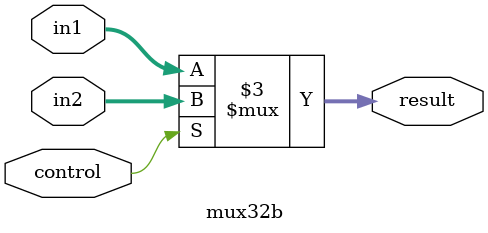
<source format=v>
module mux32b (in1, in2, control, result);

input wire [31:0] in1, in2;
input wire control; //ALUSrc, MemToReg, etc
output reg [31:0] result;

always @ (*)
begin
	if(control) result = in2;
	else result = in1;
end

endmodule
</source>
